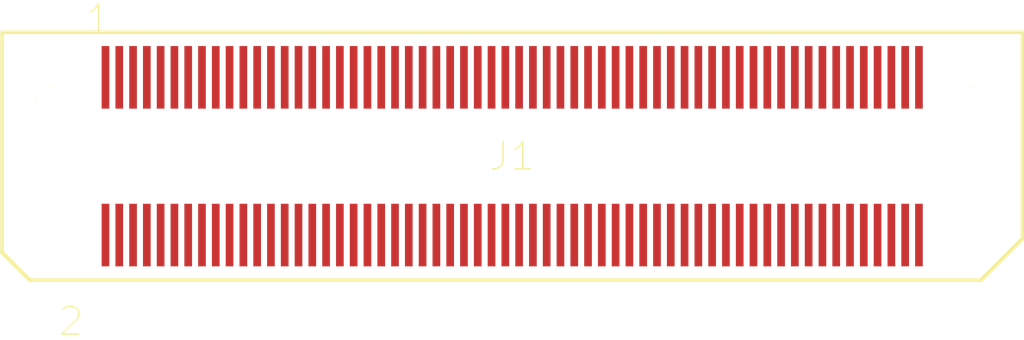
<source format=kicad_pcb>
(kicad_pcb (version 20170123) (host pcbnew "(2018-01-23 revision 1574558)-master")

  (general
    (links 0)
    (no_connects 0)
    (area 41.962499 36.775999 79.512501 47.928323)
    (thickness 1.6)
    (drawings 0)
    (tracks 0)
    (zones 0)
    (modules 1)
    (nets 1)
  )

  (page A4)
  (layers
    (0 F.Cu signal)
    (31 B.Cu signal)
    (32 B.Adhes user)
    (33 F.Adhes user)
    (34 B.Paste user)
    (35 F.Paste user)
    (36 B.SilkS user)
    (37 F.SilkS user)
    (38 B.Mask user)
    (39 F.Mask user)
    (40 Dwgs.User user)
    (41 Cmts.User user)
    (42 Eco1.User user)
    (43 Eco2.User user)
    (44 Edge.Cuts user)
    (45 Margin user)
    (46 B.CrtYd user)
    (47 F.CrtYd user)
    (48 B.Fab user)
    (49 F.Fab user)
  )

  (setup
    (last_trace_width 0.25)
    (trace_clearance 0.2)
    (zone_clearance 0.508)
    (zone_45_only no)
    (trace_min 0.2)
    (segment_width 0.2)
    (edge_width 0.15)
    (via_size 0.8)
    (via_drill 0.4)
    (via_min_size 0.4)
    (via_min_drill 0.3)
    (uvia_size 0.3)
    (uvia_drill 0.1)
    (uvias_allowed no)
    (uvia_min_size 0.2)
    (uvia_min_drill 0.1)
    (pcb_text_width 0.3)
    (pcb_text_size 1.5 1.5)
    (mod_edge_width 0.15)
    (mod_text_size 1 1)
    (mod_text_width 0.15)
    (pad_size 1.524 1.524)
    (pad_drill 0.762)
    (pad_to_mask_clearance 0.2)
    (aux_axis_origin 0 0)
    (visible_elements FFFFFF7F)
    (pcbplotparams
      (layerselection 0x00030_ffffffff)
      (usegerberextensions false)
      (excludeedgelayer true)
      (linewidth 0.050000)
      (plotframeref false)
      (viasonmask false)
      (mode 1)
      (useauxorigin false)
      (hpglpennumber 1)
      (hpglpenspeed 20)
      (hpglpendiameter 15)
      (psnegative false)
      (psa4output false)
      (plotreference true)
      (plotvalue true)
      (plotinvisibletext false)
      (padsonsilk false)
      (subtractmaskfromsilk false)
      (outputformat 1)
      (mirror false)
      (drillshape 1)
      (scaleselection 1)
      (outputdirectory ""))
  )

  (net 0 "")

  (net_class Default "To jest domyślna klasa połączeń."
    (clearance 0.2)
    (trace_width 0.25)
    (via_dia 0.8)
    (via_drill 0.4)
    (uvia_dia 0.3)
    (uvia_drill 0.1)
  )

  (module Zturn:BTH-060-01-X-D-A (layer F.Cu) (tedit 5CAE5099) (tstamp 5CBED95B)
    (at 60.7375 41.5395)
    (descr ".5mm (.0197\") Basic Socket Strip.")
    (path /5CAE52B9)
    (attr smd)
    (fp_text reference J1 (at 0 0) (layer F.SilkS)
      (effects (font (size 1.00198 1.00198) (thickness 0.05)))
    )
    (fp_text value Z_TURN_Lite (at 0.445465 5.37052) (layer F.SilkS) hide
      (effects (font (size 1.00103 1.00103) (thickness 0.05)))
    )
    (fp_line (start -16 -3) (end 16 -3) (layer Eco2.User) (width 0.127))
    (fp_line (start 16 -3) (end 16 3) (layer Eco2.User) (width 0.127))
    (fp_line (start 16 3) (end -16 3) (layer Eco2.User) (width 0.127))
    (fp_line (start -16 3) (end -16 -3) (layer Eco2.User) (width 0.127))
    (fp_line (start -18.5 -4.5) (end 18.5 -4.5) (layer F.SilkS) (width 0.127))
    (fp_line (start 18.5 -4.5) (end 18.5 3) (layer F.SilkS) (width 0.127))
    (fp_line (start 17 4.5) (end -17.5 4.5) (layer F.SilkS) (width 0.127))
    (fp_line (start -18.5 3.5) (end -18.5 -4.5) (layer F.SilkS) (width 0.127))
    (fp_text user 1 (at -15 -5) (layer F.SilkS)
      (effects (font (size 1 1) (thickness 0.05)))
    )
    (fp_text user 2 (at -16 6) (layer F.SilkS)
      (effects (font (size 1 1) (thickness 0.05)))
    )
    (fp_line (start -18.5 3.5) (end -17.5 4.5) (layer F.SilkS) (width 0.15))
    (fp_line (start 18.5 3) (end 17 4.5) (layer F.SilkS) (width 0.15))
    (pad 1 smd rect (at -14.75 -2.864) (size 0.279 2.273) (layers F.Cu F.Paste F.Mask))
    (pad 2 smd rect (at -14.75 2.864) (size 0.279 2.273) (layers F.Cu F.Paste F.Mask))
    (pad 3 smd rect (at -14.25 -2.864) (size 0.279 2.273) (layers F.Cu F.Paste F.Mask))
    (pad 4 smd rect (at -14.25 2.864) (size 0.279 2.273) (layers F.Cu F.Paste F.Mask))
    (pad 5 smd rect (at -13.75 -2.864) (size 0.279 2.273) (layers F.Cu F.Paste F.Mask))
    (pad 6 smd rect (at -13.75 2.864) (size 0.279 2.273) (layers F.Cu F.Paste F.Mask))
    (pad 7 smd rect (at -13.25 -2.864) (size 0.279 2.273) (layers F.Cu F.Paste F.Mask))
    (pad 8 smd rect (at -13.25 2.864) (size 0.279 2.273) (layers F.Cu F.Paste F.Mask))
    (pad 9 smd rect (at -12.75 -2.864) (size 0.279 2.273) (layers F.Cu F.Paste F.Mask))
    (pad 10 smd rect (at -12.75 2.864) (size 0.279 2.273) (layers F.Cu F.Paste F.Mask))
    (pad 11 smd rect (at -12.25 -2.864) (size 0.279 2.273) (layers F.Cu F.Paste F.Mask))
    (pad 12 smd rect (at -12.25 2.864) (size 0.279 2.273) (layers F.Cu F.Paste F.Mask))
    (pad 13 smd rect (at -11.75 -2.864) (size 0.279 2.273) (layers F.Cu F.Paste F.Mask))
    (pad 14 smd rect (at -11.75 2.864) (size 0.279 2.273) (layers F.Cu F.Paste F.Mask))
    (pad 15 smd rect (at -11.25 -2.864) (size 0.279 2.273) (layers F.Cu F.Paste F.Mask))
    (pad 16 smd rect (at -11.25 2.864) (size 0.279 2.273) (layers F.Cu F.Paste F.Mask))
    (pad 17 smd rect (at -10.75 -2.864) (size 0.279 2.273) (layers F.Cu F.Paste F.Mask))
    (pad 18 smd rect (at -10.75 2.864) (size 0.279 2.273) (layers F.Cu F.Paste F.Mask))
    (pad 19 smd rect (at -10.25 -2.864) (size 0.279 2.273) (layers F.Cu F.Paste F.Mask))
    (pad 20 smd rect (at -10.25 2.864) (size 0.279 2.273) (layers F.Cu F.Paste F.Mask))
    (pad 21 smd rect (at -9.75 -2.864) (size 0.279 2.273) (layers F.Cu F.Paste F.Mask))
    (pad 22 smd rect (at -9.75 2.864) (size 0.279 2.273) (layers F.Cu F.Paste F.Mask))
    (pad 23 smd rect (at -9.25 -2.864) (size 0.279 2.273) (layers F.Cu F.Paste F.Mask))
    (pad 24 smd rect (at -9.25 2.864) (size 0.279 2.273) (layers F.Cu F.Paste F.Mask))
    (pad 25 smd rect (at -8.75 -2.864) (size 0.279 2.273) (layers F.Cu F.Paste F.Mask))
    (pad 26 smd rect (at -8.75 2.864) (size 0.279 2.273) (layers F.Cu F.Paste F.Mask))
    (pad 27 smd rect (at -8.25 -2.864) (size 0.279 2.273) (layers F.Cu F.Paste F.Mask))
    (pad 28 smd rect (at -8.25 2.864) (size 0.279 2.273) (layers F.Cu F.Paste F.Mask))
    (pad 29 smd rect (at -7.75 -2.864) (size 0.279 2.273) (layers F.Cu F.Paste F.Mask))
    (pad 30 smd rect (at -7.75 2.864) (size 0.279 2.273) (layers F.Cu F.Paste F.Mask))
    (pad 31 smd rect (at -7.25 -2.864) (size 0.279 2.273) (layers F.Cu F.Paste F.Mask))
    (pad 32 smd rect (at -7.25 2.864) (size 0.279 2.273) (layers F.Cu F.Paste F.Mask))
    (pad 33 smd rect (at -6.75 -2.864) (size 0.279 2.273) (layers F.Cu F.Paste F.Mask))
    (pad 34 smd rect (at -6.75 2.864) (size 0.279 2.273) (layers F.Cu F.Paste F.Mask))
    (pad 35 smd rect (at -6.25 -2.864) (size 0.279 2.273) (layers F.Cu F.Paste F.Mask))
    (pad 36 smd rect (at -6.25 2.864) (size 0.279 2.273) (layers F.Cu F.Paste F.Mask))
    (pad 37 smd rect (at -5.75 -2.864) (size 0.279 2.273) (layers F.Cu F.Paste F.Mask))
    (pad 38 smd rect (at -5.75 2.864) (size 0.279 2.273) (layers F.Cu F.Paste F.Mask))
    (pad 39 smd rect (at -5.25 -2.864) (size 0.279 2.273) (layers F.Cu F.Paste F.Mask))
    (pad 40 smd rect (at -5.25 2.864) (size 0.279 2.273) (layers F.Cu F.Paste F.Mask))
    (pad 41 smd rect (at -4.75 -2.864) (size 0.279 2.273) (layers F.Cu F.Paste F.Mask))
    (pad 42 smd rect (at -4.75 2.864) (size 0.279 2.273) (layers F.Cu F.Paste F.Mask))
    (pad 43 smd rect (at -4.25 -2.864) (size 0.279 2.273) (layers F.Cu F.Paste F.Mask))
    (pad 44 smd rect (at -4.25 2.864) (size 0.279 2.273) (layers F.Cu F.Paste F.Mask))
    (pad 45 smd rect (at -3.75 -2.864) (size 0.279 2.273) (layers F.Cu F.Paste F.Mask))
    (pad 46 smd rect (at -3.75 2.864) (size 0.279 2.273) (layers F.Cu F.Paste F.Mask))
    (pad 47 smd rect (at -3.25 -2.864) (size 0.279 2.273) (layers F.Cu F.Paste F.Mask))
    (pad 48 smd rect (at -3.25 2.864) (size 0.279 2.273) (layers F.Cu F.Paste F.Mask))
    (pad 49 smd rect (at -2.75 -2.864) (size 0.279 2.273) (layers F.Cu F.Paste F.Mask))
    (pad 50 smd rect (at -2.75 2.864) (size 0.279 2.273) (layers F.Cu F.Paste F.Mask))
    (pad 51 smd rect (at -2.25 -2.864) (size 0.279 2.273) (layers F.Cu F.Paste F.Mask))
    (pad 52 smd rect (at -2.25 2.864) (size 0.279 2.273) (layers F.Cu F.Paste F.Mask))
    (pad 53 smd rect (at -1.75 -2.864) (size 0.279 2.273) (layers F.Cu F.Paste F.Mask))
    (pad 54 smd rect (at -1.75 2.864) (size 0.279 2.273) (layers F.Cu F.Paste F.Mask))
    (pad 55 smd rect (at -1.25 -2.864) (size 0.279 2.273) (layers F.Cu F.Paste F.Mask))
    (pad 56 smd rect (at -1.25 2.864) (size 0.279 2.273) (layers F.Cu F.Paste F.Mask))
    (pad 57 smd rect (at -0.75 -2.864) (size 0.279 2.273) (layers F.Cu F.Paste F.Mask))
    (pad 58 smd rect (at -0.75 2.864) (size 0.279 2.273) (layers F.Cu F.Paste F.Mask))
    (pad 59 smd rect (at -0.25 -2.864) (size 0.279 2.273) (layers F.Cu F.Paste F.Mask))
    (pad 60 smd rect (at -0.25 2.864) (size 0.279 2.273) (layers F.Cu F.Paste F.Mask))
    (pad 61 smd rect (at 0.25 -2.864) (size 0.279 2.273) (layers F.Cu F.Paste F.Mask))
    (pad 62 smd rect (at 0.25 2.864) (size 0.279 2.273) (layers F.Cu F.Paste F.Mask))
    (pad 63 smd rect (at 0.75 -2.864) (size 0.279 2.273) (layers F.Cu F.Paste F.Mask))
    (pad 64 smd rect (at 0.75 2.864) (size 0.279 2.273) (layers F.Cu F.Paste F.Mask))
    (pad 65 smd rect (at 1.25 -2.864) (size 0.279 2.273) (layers F.Cu F.Paste F.Mask))
    (pad 66 smd rect (at 1.25 2.864) (size 0.279 2.273) (layers F.Cu F.Paste F.Mask))
    (pad 67 smd rect (at 1.75 -2.864) (size 0.279 2.273) (layers F.Cu F.Paste F.Mask))
    (pad 68 smd rect (at 1.75 2.864) (size 0.279 2.273) (layers F.Cu F.Paste F.Mask))
    (pad 69 smd rect (at 2.25 -2.864) (size 0.279 2.273) (layers F.Cu F.Paste F.Mask))
    (pad 70 smd rect (at 2.25 2.864) (size 0.279 2.273) (layers F.Cu F.Paste F.Mask))
    (pad 71 smd rect (at 2.75 -2.864) (size 0.279 2.273) (layers F.Cu F.Paste F.Mask))
    (pad 72 smd rect (at 2.75 2.864) (size 0.279 2.273) (layers F.Cu F.Paste F.Mask))
    (pad 73 smd rect (at 3.25 -2.864) (size 0.279 2.273) (layers F.Cu F.Paste F.Mask))
    (pad 74 smd rect (at 3.25 2.864) (size 0.279 2.273) (layers F.Cu F.Paste F.Mask))
    (pad 75 smd rect (at 3.75 -2.864) (size 0.279 2.273) (layers F.Cu F.Paste F.Mask))
    (pad 76 smd rect (at 3.75 2.864) (size 0.279 2.273) (layers F.Cu F.Paste F.Mask))
    (pad 77 smd rect (at 4.25 -2.864) (size 0.279 2.273) (layers F.Cu F.Paste F.Mask))
    (pad 78 smd rect (at 4.25 2.864) (size 0.279 2.273) (layers F.Cu F.Paste F.Mask))
    (pad 79 smd rect (at 4.75 -2.864) (size 0.279 2.273) (layers F.Cu F.Paste F.Mask))
    (pad 80 smd rect (at 4.75 2.864) (size 0.279 2.273) (layers F.Cu F.Paste F.Mask))
    (pad 81 smd rect (at 5.25 -2.864) (size 0.279 2.273) (layers F.Cu F.Paste F.Mask))
    (pad 82 smd rect (at 5.25 2.864) (size 0.279 2.273) (layers F.Cu F.Paste F.Mask))
    (pad 83 smd rect (at 5.75 -2.864) (size 0.279 2.273) (layers F.Cu F.Paste F.Mask))
    (pad 84 smd rect (at 5.75 2.864) (size 0.279 2.273) (layers F.Cu F.Paste F.Mask))
    (pad 85 smd rect (at 6.25 -2.864) (size 0.279 2.273) (layers F.Cu F.Paste F.Mask))
    (pad 86 smd rect (at 6.25 2.864) (size 0.279 2.273) (layers F.Cu F.Paste F.Mask))
    (pad 87 smd rect (at 6.75 -2.864) (size 0.279 2.273) (layers F.Cu F.Paste F.Mask))
    (pad 88 smd rect (at 6.75 2.864) (size 0.279 2.273) (layers F.Cu F.Paste F.Mask))
    (pad 89 smd rect (at 7.25 -2.864) (size 0.279 2.273) (layers F.Cu F.Paste F.Mask))
    (pad 90 smd rect (at 7.25 2.864) (size 0.279 2.273) (layers F.Cu F.Paste F.Mask))
    (pad 91 smd rect (at 7.75 -2.864) (size 0.279 2.273) (layers F.Cu F.Paste F.Mask))
    (pad 92 smd rect (at 7.75 2.864) (size 0.279 2.273) (layers F.Cu F.Paste F.Mask))
    (pad 93 smd rect (at 8.25 -2.864) (size 0.279 2.273) (layers F.Cu F.Paste F.Mask))
    (pad 94 smd rect (at 8.25 2.864) (size 0.279 2.273) (layers F.Cu F.Paste F.Mask))
    (pad 95 smd rect (at 8.75 -2.864) (size 0.279 2.273) (layers F.Cu F.Paste F.Mask))
    (pad 96 smd rect (at 8.75 2.864) (size 0.279 2.273) (layers F.Cu F.Paste F.Mask))
    (pad 97 smd rect (at 9.25 -2.864) (size 0.279 2.273) (layers F.Cu F.Paste F.Mask))
    (pad 98 smd rect (at 9.25 2.864) (size 0.279 2.273) (layers F.Cu F.Paste F.Mask))
    (pad 99 smd rect (at 9.75 -2.864) (size 0.279 2.273) (layers F.Cu F.Paste F.Mask))
    (pad 100 smd rect (at 9.75 2.864) (size 0.279 2.273) (layers F.Cu F.Paste F.Mask))
    (pad 101 smd rect (at 10.25 -2.864) (size 0.279 2.273) (layers F.Cu F.Paste F.Mask))
    (pad 102 smd rect (at 10.25 2.864) (size 0.279 2.273) (layers F.Cu F.Paste F.Mask))
    (pad 103 smd rect (at 10.75 -2.864) (size 0.279 2.273) (layers F.Cu F.Paste F.Mask))
    (pad 104 smd rect (at 10.75 2.864) (size 0.279 2.273) (layers F.Cu F.Paste F.Mask))
    (pad 105 smd rect (at 11.25 -2.864) (size 0.279 2.273) (layers F.Cu F.Paste F.Mask))
    (pad 106 smd rect (at 11.25 2.864) (size 0.279 2.273) (layers F.Cu F.Paste F.Mask))
    (pad 107 smd rect (at 11.75 -2.864) (size 0.279 2.273) (layers F.Cu F.Paste F.Mask))
    (pad 108 smd rect (at 11.75 2.864) (size 0.279 2.273) (layers F.Cu F.Paste F.Mask))
    (pad 109 smd rect (at 12.25 -2.864) (size 0.279 2.273) (layers F.Cu F.Paste F.Mask))
    (pad 110 smd rect (at 12.25 2.864) (size 0.279 2.273) (layers F.Cu F.Paste F.Mask))
    (pad 111 smd rect (at 12.75 -2.864) (size 0.279 2.273) (layers F.Cu F.Paste F.Mask))
    (pad 112 smd rect (at 12.75 2.864) (size 0.279 2.273) (layers F.Cu F.Paste F.Mask))
    (pad 113 smd rect (at 13.25 -2.864) (size 0.279 2.273) (layers F.Cu F.Paste F.Mask))
    (pad 114 smd rect (at 13.25 2.864) (size 0.279 2.273) (layers F.Cu F.Paste F.Mask))
    (pad 115 smd rect (at 13.75 -2.864) (size 0.279 2.273) (layers F.Cu F.Paste F.Mask))
    (pad 116 smd rect (at 13.75 2.864) (size 0.279 2.273) (layers F.Cu F.Paste F.Mask))
    (pad 117 smd rect (at 14.25 -2.864) (size 0.279 2.273) (layers F.Cu F.Paste F.Mask))
    (pad 118 smd rect (at 14.25 2.864) (size 0.279 2.273) (layers F.Cu F.Paste F.Mask))
    (pad 119 smd rect (at 14.75 -2.864) (size 0.279 2.273) (layers F.Cu F.Paste F.Mask))
    (pad 120 smd rect (at 14.75 2.864) (size 0.279 2.273) (layers F.Cu F.Paste F.Mask))
    (pad "" np_thru_hole circle (at -16.7375 -2.0395) (size 1.016 1.016) (drill 1.016) (layers *.Cu *.Mask F.SilkS))
    (pad "" np_thru_hole circle (at 16.7375 -2.0395) (size 1.016 1.016) (drill 1.016) (layers *.Cu *.Mask F.SilkS))
    (model /home/modimo/Projekty/openDSO/Datasheets/PARTserver0201904102155510250616110e898ce/BTH-030-01-F-D-A.wrl
      (at (xyz 0 0 0))
      (scale (xyz 1 1 1))
      (rotate (xyz 0 0 0))
    )
  )

)

</source>
